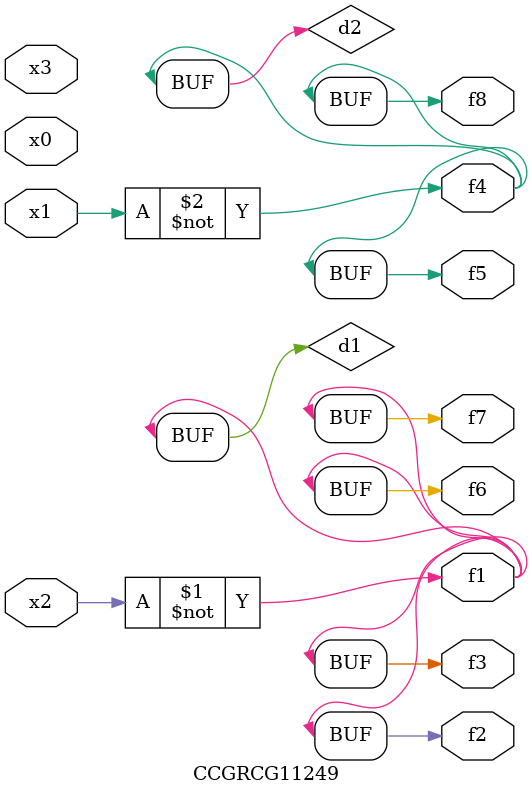
<source format=v>
module CCGRCG11249(
	input x0, x1, x2, x3,
	output f1, f2, f3, f4, f5, f6, f7, f8
);

	wire d1, d2;

	xnor (d1, x2);
	not (d2, x1);
	assign f1 = d1;
	assign f2 = d1;
	assign f3 = d1;
	assign f4 = d2;
	assign f5 = d2;
	assign f6 = d1;
	assign f7 = d1;
	assign f8 = d2;
endmodule

</source>
